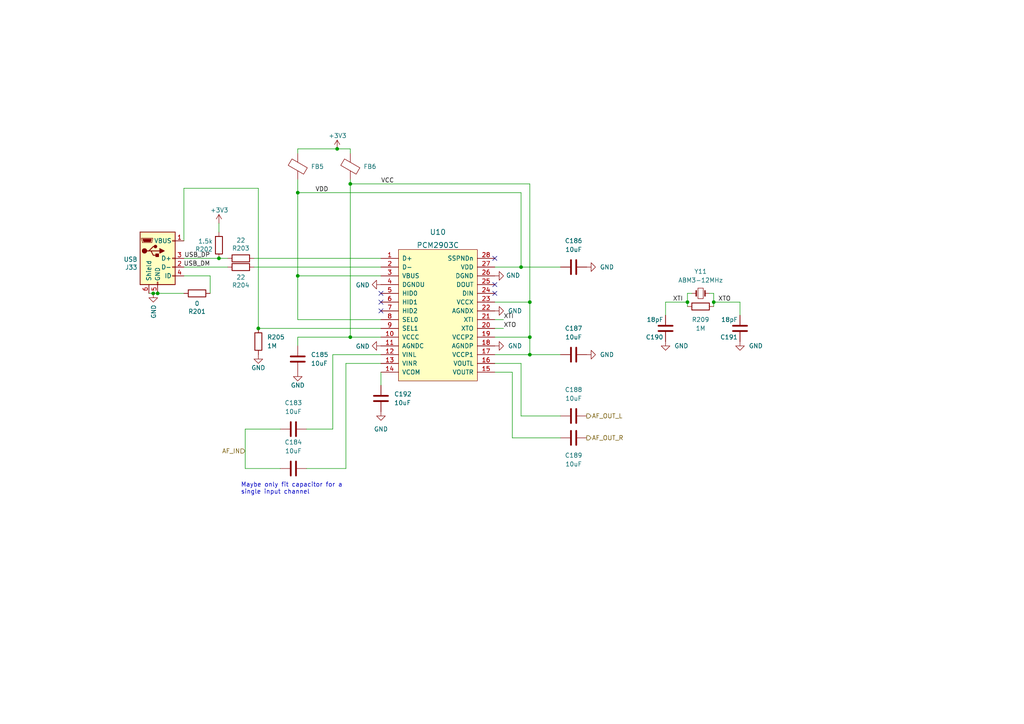
<source format=kicad_sch>
(kicad_sch (version 20230121) (generator eeschema)
  (paper "A4")
  (title_block (title "DART-70 TRX") (date "2023-03-09") (rev "0") (company "HB9EGM") (comment 1 "A 4m Band SSB/CW Transceiver"))
  (lib_symbols
    (symbol "Connector:USB_B_Micro" (pin_names (offset 1.016))
      (property "Reference" "J" (at -5.08 11.43 0))
      (property "Value" "USB_B_Micro" (at -5.08 8.89 0))
      (symbol "USB_B_Micro_0_1"
        (rectangle (start -5.08 -7.62) (end 5.08 7.62) (stroke (width 0.254)) (fill (type background)))
        (circle (center -3.81 2.159) (radius 0.635) (stroke (width 0.254)) (fill (type outline)))
        (circle (center -0.635 3.429) (radius 0.381) (stroke (width 0.254)) (fill (type outline)))
        (rectangle (start -0.127 -7.62) (end 0.127 -6.858))
        (polyline (pts (xy -1.905 2.159) (xy 0.635 2.159)) (stroke (width 0.254)))
        (polyline (pts (xy -3.175 2.159) (xy -2.54 2.159) (xy -1.27 3.429) (xy -0.635 3.429)) (stroke (width 0.254)))
        (polyline (pts (xy -2.54 2.159) (xy -1.905 2.159) (xy -1.27 0.889) (xy 0 0.889)) (stroke (width 0.254)))
        (polyline (pts (xy 0.635 2.794) (xy 0.635 1.524) (xy 1.905 2.159) (xy 0.635 2.794)) (stroke (width 0.254)) (fill (type outline)))
        (polyline (pts (xy -4.318 5.588) (xy -1.778 5.588) (xy -2.032 4.826) (xy -4.064 4.826) (xy -4.318 5.588)) (fill (type outline)))
        (polyline (pts (xy -4.699 5.842) (xy -4.699 5.588) (xy -4.445 4.826) (xy -4.445 4.572) (xy -1.651 4.572) (xy -1.651 4.826) (xy -1.397 5.588) (xy -1.397 5.842) (xy -4.699 5.842)))
        (rectangle (start 0.254 1.27) (end -0.508 0.508) (stroke (width 0.254)) (fill (type outline)))
        (rectangle (start 5.08 -5.207) (end 4.318 -4.953))
        (rectangle (start 5.08 -2.667) (end 4.318 -2.413))
        (rectangle (start 5.08 -0.127) (end 4.318 0.127))
        (rectangle (start 5.08 4.953) (end 4.318 5.207))
      )
      (symbol "USB_B_Micro_1_1"
        (pin power_out line (at 7.62 5.08 180) (length 2.54) (name "VBUS") (number "1"))
        (pin bidirectional line (at 7.62 -2.54 180) (length 2.54) (name "D-") (number "2"))
        (pin bidirectional line (at 7.62 0 180) (length 2.54) (name "D+") (number "3"))
        (pin passive line (at 7.62 -5.08 180) (length 2.54) (name "ID") (number "4"))
        (pin power_out line (at 0 -10.16 90) (length 2.54) (name "GND") (number "5"))
        (pin passive line (at -2.54 -10.16 90) (length 2.54) (name "Shield") (number "6"))
      )
    )
    (symbol "Device:C" (pin_numbers hide) (pin_names (offset 0.254))
      (property "Reference" "C" (at 0.635 2.54 0))
      (property "Value" "C" (at 0.635 -2.54 0))
      (symbol "C_0_1"
        (polyline (pts (xy -2.032 -0.762) (xy 2.032 -0.762)) (stroke (width 0.508)))
        (polyline (pts (xy -2.032 0.762) (xy 2.032 0.762)) (stroke (width 0.508)))
      )
      (symbol "C_1_1"
        (pin passive line (at 0 3.81 270) (length 2.794) (name "~") (number "1"))
        (pin passive line (at 0 -3.81 90) (length 2.794) (name "~") (number "2"))
      )
    )
    (symbol "Device:Crystal_Small" (pin_numbers hide) (pin_names (offset 1.016) hide)
      (property "Reference" "Y" (at 0 2.54 0))
      (property "Value" "Crystal_Small" (at 0 -2.54 0))
      (symbol "Crystal_Small_0_1"
        (rectangle (start -0.762 -1.524) (end 0.762 1.524))
        (polyline (pts (xy -1.27 -0.762) (xy -1.27 0.762)) (stroke (width 0.381)))
        (polyline (pts (xy 1.27 -0.762) (xy 1.27 0.762)) (stroke (width 0.381)))
      )
      (symbol "Crystal_Small_1_1"
        (pin passive line (at -2.54 0 0) (length 1.27) (name "1") (number "1"))
        (pin passive line (at 2.54 0 180) (length 1.27) (name "2") (number "2"))
      )
    )
    (symbol "Device:FerriteBead" (pin_numbers hide) (pin_names (offset 0))
      (property "Reference" "FB" (at -3.81 0.635 90))
      (property "Value" "FerriteBead" (at 3.81 0 90))
      (symbol "FerriteBead_0_1"
        (polyline (pts (xy 0 -1.27) (xy 0 -1.2192)))
        (polyline (pts (xy 0 1.27) (xy 0 1.2954)))
        (polyline (pts (xy -2.7686 0.4064) (xy -1.7018 2.2606) (xy 2.7686 -0.3048) (xy 1.6764 -2.159) (xy -2.7686 0.4064)))
      )
      (symbol "FerriteBead_1_1"
        (pin passive line (at 0 3.81 270) (length 2.54) (name "~") (number "1"))
        (pin passive line (at 0 -3.81 90) (length 2.54) (name "~") (number "2"))
      )
    )
    (symbol "Device:R" (pin_numbers hide) (pin_names (offset 0))
      (property "Reference" "R" (at 2.032 0 90))
      (property "Value" "R" (at 0 0 90))
      (symbol "R_0_1"
        (rectangle (start -1.016 -2.54) (end 1.016 2.54) (stroke (width 0.254)))
      )
      (symbol "R_1_1"
        (pin passive line (at 0 3.81 270) (length 1.27) (name "~") (number "1"))
        (pin passive line (at 0 -3.81 90) (length 1.27) (name "~") (number "2"))
      )
    )
    (symbol "mpb:PCM2903C" (pin_names (offset 1.016))
      (property "Reference" "U" (at -1.27 21.59 0))
      (property "Value" "PCM2903C" (at -1.27 -21.59 0))
      (symbol "PCM2903C_0_1"
        (rectangle (start -11.43 19.05) (end 11.43 -19.05) (fill (type background)))
      )
      (symbol "PCM2903C_1_1"
        (pin bidirectional line (at -16.51 16.51 0) (length 5.08) (name "D+") (number "1"))
        (pin power_in line (at -16.51 -6.35 0) (length 5.08) (name "VCCC") (number "10"))
        (pin power_in line (at -16.51 -8.89 0) (length 5.08) (name "AGNDC") (number "11"))
        (pin input line (at -16.51 -11.43 0) (length 5.08) (name "VINL") (number "12"))
        (pin input line (at -16.51 -13.97 0) (length 5.08) (name "VINR") (number "13"))
        (pin power_out line (at -16.51 -16.51 0) (length 5.08) (name "VCOM") (number "14"))
        (pin output line (at 16.51 -16.51 180) (length 5.08) (name "VOUTR") (number "15"))
        (pin input line (at 16.51 -13.97 180) (length 5.08) (name "VOUTL") (number "16"))
        (pin power_in line (at 16.51 -11.43 180) (length 5.08) (name "VCCP1") (number "17"))
        (pin power_in line (at 16.51 -8.89 180) (length 5.08) (name "AGNDP") (number "18"))
        (pin power_in line (at 16.51 -6.35 180) (length 5.08) (name "VCCP2") (number "19"))
        (pin bidirectional line (at -16.51 13.97 0) (length 5.08) (name "D-") (number "2"))
        (pin bidirectional line (at 16.51 -3.81 180) (length 5.08) (name "XTO") (number "20"))
        (pin bidirectional line (at 16.51 -1.27 180) (length 5.08) (name "XTI") (number "21"))
        (pin power_in line (at 16.51 1.27 180) (length 5.08) (name "AGNDX") (number "22"))
        (pin power_in line (at 16.51 3.81 180) (length 5.08) (name "VCCX") (number "23"))
        (pin input line (at 16.51 6.35 180) (length 5.08) (name "DIN") (number "24"))
        (pin output line (at 16.51 8.89 180) (length 5.08) (name "DOUT") (number "25"))
        (pin power_in line (at 16.51 11.43 180) (length 5.08) (name "DGND") (number "26"))
        (pin power_in line (at 16.51 13.97 180) (length 5.08) (name "VDD") (number "27"))
        (pin output line (at 16.51 16.51 180) (length 5.08) (name "SSPNDn") (number "28"))
        (pin power_in line (at -16.51 11.43 0) (length 5.08) (name "VBUS") (number "3"))
        (pin power_in line (at -16.51 8.89 0) (length 5.08) (name "DGNDU") (number "4"))
        (pin input line (at -16.51 6.35 0) (length 5.08) (name "HID0") (number "5"))
        (pin input line (at -16.51 3.81 0) (length 5.08) (name "HID1") (number "6"))
        (pin input line (at -16.51 1.27 0) (length 5.08) (name "HID2") (number "7"))
        (pin input line (at -16.51 -1.27 0) (length 5.08) (name "SEL0") (number "8"))
        (pin input line (at -16.51 -3.81 0) (length 5.08) (name "SEL1") (number "9"))
      )
    )
    (symbol "power:+3V3" (power) (pin_names (offset 0))
      (property "Value" "+3V3" (at 0 3.556 0))
      (symbol "+3V3_0_1"
        (polyline (pts (xy -0.762 1.27) (xy 0 2.54)))
        (polyline (pts (xy 0 0) (xy 0 2.54)))
        (polyline (pts (xy 0 2.54) (xy 0.762 1.27)))
      )
      (symbol "+3V3_1_1"
        (pin power_in line (at 0 0 90) (length 0) hide (name "+3V3") (number "1"))
      )
    )
    (symbol "power:GND" (power) (pin_names (offset 0))
      (property "Value" "GND" (at 0 -3.81 0))
      (symbol "GND_0_1"
        (polyline (pts (xy 0 0) (xy 0 -1.27) (xy 1.27 -1.27) (xy 0 -2.54) (xy -1.27 -1.27) (xy 0 -1.27)))
      )
      (symbol "GND_1_1"
        (pin power_in line (at 0 0 270) (length 0) hide (name "GND") (number "1"))
      )
    )
  )
  (junction (at 86.36 80.01))
  (junction (at 45.72 85.09))
  (junction (at 101.6 53.34))
  (junction (at 74.93 95.25))
  (junction (at 63.5 74.93))
  (junction (at 207.01 87.63))
  (junction (at 153.67 102.87))
  (junction (at 86.36 55.88))
  (junction (at 44.45 85.09))
  (junction (at 153.67 87.63))
  (junction (at 199.39 87.63))
  (junction (at 97.79 43.18))
  (junction (at 153.67 97.79))
  (junction (at 101.6 97.79))
  (junction (at 151.13 77.47))
  (no_connect (at 143.51 82.55))
  (no_connect (at 110.49 85.09))
  (no_connect (at 110.49 87.63))
  (no_connect (at 143.51 85.09))
  (no_connect (at 110.49 90.17))
  (no_connect (at 143.51 74.93))
  (wire (pts (xy 74.93 54.61) (xy 74.93 95.25)))
  (wire (pts (xy 86.36 80.01) (xy 86.36 92.71)))
  (wire (pts (xy 101.6 43.18) (xy 101.6 44.45)))
  (wire (pts (xy 143.51 77.47) (xy 151.13 77.47)))
  (wire (pts (xy 110.49 107.95) (xy 110.49 111.76)))
  (wire (pts (xy 73.66 77.47) (xy 110.49 77.47)))
  (wire (pts (xy 71.12 124.46) (xy 71.12 135.89)))
  (wire (pts (xy 63.5 64.77) (xy 63.5 67.31)))
  (wire (pts (xy 143.51 102.87) (xy 153.67 102.87)))
  (wire (pts (xy 151.13 120.65) (xy 151.13 105.41)))
  (wire (pts (xy 43.18 85.09) (xy 44.45 85.09)))
  (wire (pts (xy 151.13 105.41) (xy 143.51 105.41)))
  (wire (pts (xy 66.04 77.47) (xy 53.34 77.47)))
  (wire (pts (xy 86.36 52.07) (xy 86.36 55.88)))
  (wire (pts (xy 199.39 87.63) (xy 199.39 88.9)))
  (wire (pts (xy 143.51 97.79) (xy 153.67 97.79)))
  (wire (pts (xy 96.52 124.46) (xy 96.52 102.87)))
  (wire (pts (xy 146.05 92.71) (xy 143.51 92.71)))
  (wire (pts (xy 151.13 55.88) (xy 151.13 77.47)))
  (wire (pts (xy 44.45 85.09) (xy 45.72 85.09)))
  (wire (pts (xy 143.51 107.95) (xy 148.59 107.95)))
  (wire (pts (xy 146.05 95.25) (xy 143.51 95.25)))
  (wire (pts (xy 73.66 74.93) (xy 110.49 74.93)))
  (wire (pts (xy 162.56 120.65) (xy 151.13 120.65)))
  (wire (pts (xy 205.74 85.09) (xy 207.01 85.09)))
  (wire (pts (xy 97.79 43.18) (xy 101.6 43.18)))
  (wire (pts (xy 60.96 85.09) (xy 60.96 80.01)))
  (wire (pts (xy 100.33 105.41) (xy 100.33 135.89)))
  (wire (pts (xy 207.01 87.63) (xy 207.01 88.9)))
  (wire (pts (xy 100.33 135.89) (xy 88.9 135.89)))
  (wire (pts (xy 143.51 87.63) (xy 153.67 87.63)))
  (wire (pts (xy 148.59 127) (xy 162.56 127)))
  (wire (pts (xy 153.67 53.34) (xy 101.6 53.34)))
  (wire (pts (xy 53.34 54.61) (xy 74.93 54.61)))
  (wire (pts (xy 148.59 107.95) (xy 148.59 127)))
  (wire (pts (xy 101.6 53.34) (xy 101.6 52.07)))
  (wire (pts (xy 110.49 105.41) (xy 100.33 105.41)))
  (wire (pts (xy 96.52 102.87) (xy 110.49 102.87)))
  (wire (pts (xy 193.04 87.63) (xy 199.39 87.63)))
  (wire (pts (xy 86.36 44.45) (xy 86.36 43.18)))
  (wire (pts (xy 63.5 74.93) (xy 53.34 74.93)))
  (wire (pts (xy 200.66 85.09) (xy 199.39 85.09)))
  (wire (pts (xy 86.36 97.79) (xy 101.6 97.79)))
  (wire (pts (xy 153.67 97.79) (xy 153.67 87.63)))
  (wire (pts (xy 153.67 102.87) (xy 162.56 102.87)))
  (wire (pts (xy 86.36 92.71) (xy 110.49 92.71)))
  (wire (pts (xy 45.72 85.09) (xy 53.34 85.09)))
  (wire (pts (xy 199.39 85.09) (xy 199.39 87.63)))
  (wire (pts (xy 71.12 135.89) (xy 81.28 135.89)))
  (wire (pts (xy 86.36 43.18) (xy 97.79 43.18)))
  (wire (pts (xy 101.6 97.79) (xy 110.49 97.79)))
  (wire (pts (xy 153.67 102.87) (xy 153.67 97.79)))
  (wire (pts (xy 88.9 124.46) (xy 96.52 124.46)))
  (wire (pts (xy 86.36 55.88) (xy 86.36 80.01)))
  (wire (pts (xy 53.34 69.85) (xy 53.34 54.61)))
  (wire (pts (xy 74.93 95.25) (xy 110.49 95.25)))
  (wire (pts (xy 151.13 77.47) (xy 162.56 77.47)))
  (wire (pts (xy 193.04 91.44) (xy 193.04 87.63)))
  (wire (pts (xy 86.36 80.01) (xy 110.49 80.01)))
  (wire (pts (xy 86.36 55.88) (xy 151.13 55.88)))
  (wire (pts (xy 63.5 74.93) (xy 66.04 74.93)))
  (wire (pts (xy 214.63 87.63) (xy 207.01 87.63)))
  (wire (pts (xy 207.01 85.09) (xy 207.01 87.63)))
  (wire (pts (xy 60.96 80.01) (xy 53.34 80.01)))
  (wire (pts (xy 101.6 53.34) (xy 101.6 97.79)))
  (wire (pts (xy 214.63 91.44) (xy 214.63 87.63)))
  (wire (pts (xy 86.36 97.79) (xy 86.36 100.33)))
  (wire (pts (xy 153.67 87.63) (xy 153.67 53.34)))
  (wire (pts (xy 71.12 124.46) (xy 81.28 124.46)))
  (text "Maybe only fit capacitor for a\nsingle input channel" (at 69.85 143.51 0) (effects (font (size 1.27 1.27)) (justify left bottom)))
  (label "XTO" (at 208.28 87.63 0))
  (label "VDD" (at 91.44 55.88 0))
  (label "XTO" (at 146.05 95.25 0))
  (label "USB_DM" (at 60.96 77.47 180))
  (label "XTI" (at 198.12 87.63 180))
  (label "USB_DP" (at 60.96 74.93 180))
  (label "VCC" (at 110.49 53.34 0))
  (label "XTI" (at 146.05 92.71 0))
  (hierarchical_label "AF_OUT_L" (shape output) (at 170.18 120.65 0))
  (hierarchical_label "AF_IN" (shape input) (at 71.12 130.81 180))
  (hierarchical_label "AF_OUT_R" (shape output) (at 170.18 127 0))
  (symbol (lib_id "power:GND") (at 143.51 90.17 90) (unit 1)
    (property "Reference" "#PWR0260" (effects hide))
    (property "Value" "GND" (at 147.32 90.1699 90) (effects (justify right)))
  )
  (symbol (lib_id "power:+3V3") (at 97.79 43.18 0) (unit 1)
    (property "Reference" "#PWR0255" (effects hide))
    (property "Value" "+3V3" (at 95.25 39.37 0) (effects (justify left)))
  )
  (symbol (lib_id "Connector:USB_B_Micro") (at 45.72 74.93 0) (unit 1)
    (property "Reference" "J33" (at 39.878 77.5462 0) (effects (justify right)))
    (property "Value" "USB" (at 39.878 75.2348 0) (effects (justify right)))
    (property "Footprint" "Connector_USB:USB_Micro-B_Molex-105017-0001" (effects hide))
    (property "MPN" "Molex 104017-0001" (effects hide))
    (property "Need_order" "0" (effects hide))
  )
  (symbol (lib_id "Device:FerriteBead") (at 101.6 48.26 180) (unit 1)
    (property "Reference" "FB6" (at 105.41 48.3107 0) (effects (justify right)))
    (property "Value" "BLM18BB221SN1D" (effects hide))
    (property "Footprint" "Inductor_SMD:L_0603_1608Metric_Pad1.05x0.95mm_HandSolder" (effects hide))
    (property "MPN" "BLM18BB221SN1D" (effects hide))
    (property "Need_order" "0" (effects hide))
  )
  (symbol (lib_id "Device:R") (at 57.15 85.09 90) (unit 1)
    (property "Reference" "R201" (at 57.15 90.3478 90))
    (property "Value" "0" (at 57.15 88.0364 90))
    (property "Footprint" "Resistor_SMD:R_0603_1608Metric_Pad0.98x0.95mm_HandSolder" (effects hide))
    (property "Need_order" "0" (effects hide))
  )
  (symbol (lib_id "power:GND") (at 110.49 119.38 0) (unit 1)
    (property "Reference" "#PWR0258" (effects hide))
    (property "Value" "GND" (at 110.49 124.46 0))
  )
  (symbol (lib_id "Device:R") (at 69.85 77.47 90) (unit 1)
    (property "Reference" "R204" (at 69.85 82.7278 90))
    (property "Value" "22" (at 69.85 80.4164 90))
    (property "Footprint" "Resistor_SMD:R_0603_1608Metric_Pad0.98x0.95mm_HandSolder" (effects hide))
    (property "Need_order" "0" (effects hide))
  )
  (symbol (lib_id "Device:Crystal_Small") (at 203.2 85.09 0) (unit 1)
    (property "Reference" "Y11" (at 203.2 78.74 0))
    (property "Value" "ABM3-12MHz" (at 203.2 81.28 0))
    (property "Footprint" "mpb:ABM3" (effects hide))
  )
  (symbol (lib_id "Device:C") (at 86.36 104.14 180) (unit 1)
    (property "Reference" "C185" (at 90.17 102.8699 0) (effects (justify right)))
    (property "Value" "10uF" (at 90.17 105.4099 0) (effects (justify right)))
    (property "Footprint" "Capacitor_SMD:C_0805_2012Metric_Pad1.18x1.45mm_HandSolder" (effects hide))
    (property "MPN" "GRM21BR6YA106ME" (effects hide))
  )
  (symbol (lib_id "Device:C") (at 110.49 115.57 180) (unit 1)
    (property "Reference" "C192" (at 114.3 114.2999 0) (effects (justify right)))
    (property "Value" "10uF" (at 114.3 116.8399 0) (effects (justify right)))
    (property "Footprint" "Capacitor_SMD:C_0805_2012Metric_Pad1.18x1.45mm_HandSolder" (effects hide))
    (property "MPN" "GRM21BR6YA106ME" (effects hide))
  )
  (symbol (lib_id "Device:R") (at 63.5 71.12 0) (unit 1)
    (property "Reference" "R202" (at 61.722 72.2884 0) (effects (justify right)))
    (property "Value" "1.5k" (at 61.722 69.977 0) (effects (justify right)))
    (property "Footprint" "Resistor_SMD:R_0603_1608Metric_Pad0.98x0.95mm_HandSolder" (effects hide))
    (property "Need_order" "0" (effects hide))
  )
  (symbol (lib_id "power:GND") (at 214.63 99.06 0) (unit 1)
    (property "Reference" "#PWR0265" (effects hide))
    (property "Value" "GND" (at 217.17 100.3299 0) (effects (justify left)))
  )
  (symbol (lib_id "Device:C") (at 85.09 124.46 90) (unit 1)
    (property "Reference" "C183" (at 85.09 116.84 90))
    (property "Value" "10uF" (at 85.09 119.38 90))
    (property "Footprint" "Capacitor_SMD:C_0805_2012Metric_Pad1.18x1.45mm_HandSolder" (effects hide))
    (property "MPN" "GRM21BR6YA106ME" (effects hide))
  )
  (symbol (lib_id "Device:C") (at 85.09 135.89 90) (unit 1)
    (property "Reference" "C184" (at 85.09 128.27 90))
    (property "Value" "10uF" (at 85.09 130.81 90))
    (property "Footprint" "Capacitor_SMD:C_0805_2012Metric_Pad1.18x1.45mm_HandSolder" (effects hide))
    (property "MPN" "GRM21BR6YA106ME" (effects hide))
  )
  (symbol (lib_id "power:GND") (at 170.18 102.87 90) (unit 1)
    (property "Reference" "#PWR0263" (effects hide))
    (property "Value" "GND" (at 173.99 102.8699 90) (effects (justify right)))
  )
  (symbol (lib_id "Device:FerriteBead") (at 86.36 48.26 180) (unit 1)
    (property "Reference" "FB5" (at 90.17 48.3107 0) (effects (justify right)))
    (property "Value" "BLM18BB221SN1D" (effects hide))
    (property "Footprint" "Inductor_SMD:L_0603_1608Metric_Pad1.05x0.95mm_HandSolder" (effects hide))
    (property "MPN" "BLM18BB221SN1D" (effects hide))
    (property "Need_order" "0" (effects hide))
  )
  (symbol (lib_id "mpb:PCM2903C") (at 127 91.44 0) (unit 1)
    (property "Reference" "U10" (at 127 67.31 0) (effects (font (size 1.524 1.524))))
    (property "Value" "PCM2903C" (at 127 71.12 0) (effects (font (size 1.524 1.524))))
    (property "Footprint" "Package_SO:SSOP-28_5.3x10.2mm_P0.65mm" (effects hide))
    (property "Datasheet" "/home/bram/Sync/Doc/Datasheet/pcm2903c.pdf" (effects hide))
  )
  (symbol (lib_id "power:GND") (at 110.49 100.33 270) (unit 1)
    (property "Reference" "#PWR0257" (effects hide))
    (property "Value" "GND" (at 107.2388 100.457 90) (effects (justify right)))
  )
  (symbol (lib_id "Device:R") (at 203.2 88.9 90) (unit 1)
    (property "Reference" "R209" (at 203.2 92.71 90))
    (property "Value" "1M" (at 203.2 95.25 90))
    (property "Footprint" "Resistor_SMD:R_0603_1608Metric" (effects hide))
  )
  (symbol (lib_id "power:GND") (at 143.51 100.33 90) (unit 1)
    (property "Reference" "#PWR0261" (effects hide))
    (property "Value" "GND" (at 147.32 100.3299 90) (effects (justify right)))
  )
  (symbol (lib_id "power:GND") (at 170.18 77.47 90) (unit 1)
    (property "Reference" "#PWR0262" (effects hide))
    (property "Value" "GND" (at 173.99 77.4699 90) (effects (justify right)))
  )
  (symbol (lib_id "Device:C") (at 166.37 77.47 270) (unit 1)
    (property "Reference" "C186" (at 166.37 69.85 90))
    (property "Value" "10uF" (at 166.37 72.39 90))
    (property "Footprint" "Capacitor_SMD:C_0805_2012Metric_Pad1.18x1.45mm_HandSolder" (effects hide))
    (property "MPN" "GRM21BR6YA106ME" (effects hide))
  )
  (symbol (lib_id "Device:C") (at 166.37 102.87 270) (unit 1)
    (property "Reference" "C187" (at 166.37 95.25 90))
    (property "Value" "10uF" (at 166.37 97.79 90))
    (property "Footprint" "Capacitor_SMD:C_0805_2012Metric_Pad1.18x1.45mm_HandSolder" (effects hide))
    (property "MPN" "GRM21BR6YA106ME" (effects hide))
  )
  (symbol (lib_id "Device:C") (at 214.63 95.25 180) (unit 1)
    (property "Reference" "C191" (at 213.995 97.79 0) (effects (justify left)))
    (property "Value" "18pF" (at 213.995 92.71 0) (effects (justify left)))
    (property "Footprint" "Capacitor_SMD:C_0603_1608Metric_Pad1.08x0.95mm_HandSolder" (effects hide))
    (property "MPN" "CBR" (effects hide))
  )
  (symbol (lib_id "power:GND") (at 143.51 80.01 90) (unit 1)
    (property "Reference" "#PWR0259" (effects hide))
    (property "Value" "GND" (at 146.7612 79.883 90) (effects (justify right)))
  )
  (symbol (lib_id "Device:R") (at 74.93 99.06 180) (unit 1)
    (property "Reference" "R205" (at 77.47 97.7899 0) (effects (justify right)))
    (property "Value" "1M" (at 77.47 100.3299 0) (effects (justify right)))
    (property "Footprint" "Resistor_SMD:R_0603_1608Metric" (effects hide))
  )
  (symbol (lib_id "power:+3V3") (at 63.5 64.77 0) (unit 1)
    (property "Reference" "#PWR0252" (effects hide))
    (property "Value" "+3V3" (at 60.96 60.96 0) (effects (justify left)))
  )
  (symbol (lib_id "power:GND") (at 193.04 99.06 0) (unit 1)
    (property "Reference" "#PWR0264" (effects hide))
    (property "Value" "GND" (at 195.58 100.3299 0) (effects (justify left)))
  )
  (symbol (lib_id "power:GND") (at 74.93 102.87 0) (unit 1)
    (property "Reference" "#PWR0253" (effects hide))
    (property "Value" "GND" (at 74.93 106.68 0))
  )
  (symbol (lib_id "Device:R") (at 69.85 74.93 90) (unit 1)
    (property "Reference" "R203" (at 69.85 72.009 90))
    (property "Value" "22" (at 69.85 69.6976 90))
    (property "Footprint" "Resistor_SMD:R_0603_1608Metric_Pad0.98x0.95mm_HandSolder" (effects hide))
    (property "Need_order" "0" (effects hide))
  )
  (symbol (lib_id "power:GND") (at 110.49 82.55 270) (unit 1)
    (property "Reference" "#PWR0256" (effects hide))
    (property "Value" "GND" (at 107.2388 82.677 90) (effects (justify right)))
  )
  (symbol (lib_id "Device:C") (at 193.04 95.25 180) (unit 1)
    (property "Reference" "C190" (at 192.405 97.79 0) (effects (justify left)))
    (property "Value" "18pF" (at 192.405 92.71 0) (effects (justify left)))
    (property "Footprint" "Capacitor_SMD:C_0603_1608Metric_Pad1.08x0.95mm_HandSolder" (effects hide))
    (property "MPN" "CBR" (effects hide))
  )
  (symbol (lib_id "power:GND") (at 44.45 85.09 0) (unit 1)
    (property "Reference" "#PWR0251" (effects hide))
    (property "Value" "GND" (at 44.577 88.3412 90) (effects (justify right)))
  )
  (symbol (lib_id "Device:C") (at 166.37 127 270) (unit 1)
    (property "Reference" "C189" (at 166.37 132.08 90))
    (property "Value" "10uF" (at 166.37 134.62 90))
    (property "Footprint" "Capacitor_SMD:C_0805_2012Metric_Pad1.18x1.45mm_HandSolder" (effects hide))
    (property "MPN" "GRM21BR6YA106ME" (effects hide))
  )
  (symbol (lib_id "power:GND") (at 86.36 107.95 0) (unit 1)
    (property "Reference" "#PWR0254" (effects hide))
    (property "Value" "GND" (at 86.36 111.76 0))
  )
  (symbol (lib_id "Device:C") (at 166.37 120.65 270) (unit 1)
    (property "Reference" "C188" (at 166.37 113.03 90))
    (property "Value" "10uF" (at 166.37 115.57 90))
    (property "Footprint" "Capacitor_SMD:C_0805_2012Metric_Pad1.18x1.45mm_HandSolder" (effects hide))
    (property "MPN" "GRM21BR6YA106ME" (effects hide))
  )
)
</source>
